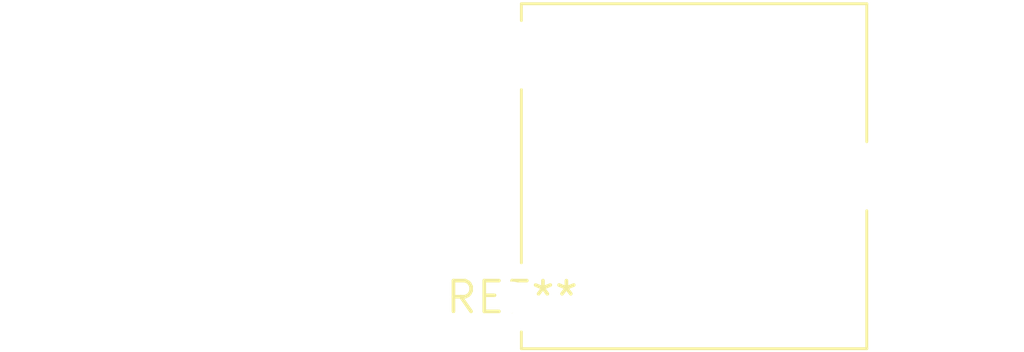
<source format=kicad_pcb>
(kicad_pcb (version 20240108) (generator pcbnew)
  (layers (0 "F.Cu" signal) (31 "B.Cu" signal) (34 "B.Paste" user) (35 "F.Paste" user) (36 "B.SilkS" user "B.Silkscreen") (37 "F.SilkS" user "F.Silkscreen") (38 "B.Mask" user) (39 "F.Mask" user) (44 "Edge.Cuts" user))
  (net 0 "")
  (footprint "Potentiometer_ACP_CA14V-15_Vertical_Hole" (layer "F.Cu") (at 0 0)
    (property "Reference" "REF**")
    (property "Value" "Potentiometer_ACP_CA14V-15_Vertical_Hole")
    (fp_line (start 0.38 -12.12) (end 0.38 -11.426) (layer "F.SilkS") (stroke (width 0.12)))
    (fp_line (start 0.38 -12.12) (end 14.62 -12.12) (layer "F.SilkS") (stroke (width 0.12)))
    (fp_line (start 0.38 -8.574) (end 0.38 -1.425) (layer "F.SilkS") (stroke (width 0.12)))
    (fp_line (start 0.38 1.425) (end 0.38 2.12) (layer "F.SilkS") (stroke (width 0.12)))
    (fp_line (start 0.38 2.12) (end 14.62 2.12) (layer "F.SilkS") (stroke (width 0.12)))
    (fp_line (start 14.62 -12.12) (end 14.62 -6.425) (layer "F.SilkS") (stroke (width 0.12)))
    (fp_line (start 14.62 -3.575) (end 14.62 2.12) (layer "F.SilkS") (stroke (width 0.12)))
    (pad "" np_thru_hole circle (at 7.5 -5) (size 7 7) (drill 7) (layers *.Cu *.Mask))
    (pad "1" thru_hole circle (at 0 0) (size 2.34 2.34) (drill 1.3) (layers *.Cu *.Mask) (remove_unused_layers))
    (pad "2" thru_hole circle (at 15 -5) (size 2.34 2.34) (drill 1.3) (layers *.Cu *.Mask) (remove_unused_layers))
    (pad "3" thru_hole circle (at 0 -10) (size 2.34 2.34) (drill 1.3) (layers *.Cu *.Mask) (remove_unused_layers))
  )
)
</source>
